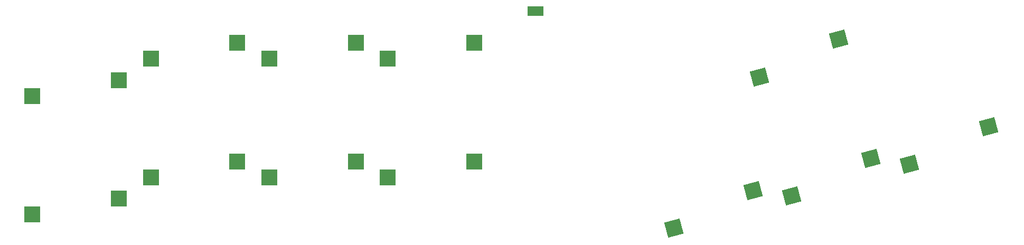
<source format=gbr>
%TF.GenerationSoftware,KiCad,Pcbnew,(6.0.1)*%
%TF.CreationDate,2023-06-03T01:29:09+02:00*%
%TF.ProjectId,cock,636f636b-2e6b-4696-9361-645f70636258,rev?*%
%TF.SameCoordinates,Original*%
%TF.FileFunction,Paste,Bot*%
%TF.FilePolarity,Positive*%
%FSLAX46Y46*%
G04 Gerber Fmt 4.6, Leading zero omitted, Abs format (unit mm)*
G04 Created by KiCad (PCBNEW (6.0.1)) date 2023-06-03 01:29:09*
%MOMM*%
%LPD*%
G01*
G04 APERTURE LIST*
G04 Aperture macros list*
%AMRotRect*
0 Rectangle, with rotation*
0 The origin of the aperture is its center*
0 $1 length*
0 $2 width*
0 $3 Rotation angle, in degrees counterclockwise*
0 Add horizontal line*
21,1,$1,$2,0,0,$3*%
G04 Aperture macros list end*
%ADD10R,2.550000X2.500000*%
%ADD11RotRect,2.550000X2.500000X15.000000*%
%ADD12R,2.600000X1.600000*%
G04 APERTURE END LIST*
D10*
%TO.C,K5*%
X71290000Y-71920000D03*
X57440000Y-74460000D03*
%TD*%
%TO.C,K6*%
X90290000Y-65970000D03*
X76440000Y-68510000D03*
%TD*%
%TO.C,K7*%
X109290000Y-65970000D03*
X95440000Y-68510000D03*
%TD*%
%TO.C,K8*%
X128290000Y-65970000D03*
X114440000Y-68510000D03*
%TD*%
%TO.C,K9*%
X128290000Y-46920000D03*
X114440000Y-49460000D03*
%TD*%
%TO.C,K10*%
X109290000Y-46920000D03*
X95440000Y-49460000D03*
%TD*%
%TO.C,K11*%
X90290000Y-46920000D03*
X76440000Y-49460000D03*
%TD*%
%TO.C,K12*%
X71290000Y-52920000D03*
X57440000Y-55460000D03*
%TD*%
D11*
%TO.C,K2*%
X172985873Y-70580125D03*
X160265200Y-76618220D03*
%TD*%
%TO.C,K4*%
X210735873Y-60340125D03*
X198015200Y-66378220D03*
%TD*%
%TO.C,K1*%
X186735873Y-46340125D03*
X174015200Y-52378220D03*
%TD*%
%TO.C,K3*%
X191865873Y-65460125D03*
X179145200Y-71498220D03*
%TD*%
D12*
%TO.C,RZ1*%
X138081000Y-41802000D03*
%TD*%
M02*

</source>
